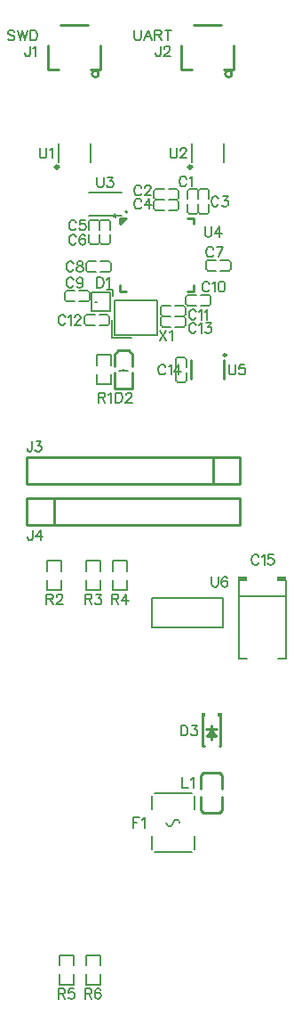
<source format=gto>
G04 Layer: TopSilkscreenLayer*
G04 EasyEDA v6.5.34, 2023-10-04 19:43:08*
G04 c11720abcaec4e6590754cbdbbe34226,5a6b42c53f6a479593ecc07194224c93,10*
G04 Gerber Generator version 0.2*
G04 Scale: 100 percent, Rotated: No, Reflected: No *
G04 Dimensions in millimeters *
G04 leading zeros omitted , absolute positions ,4 integer and 5 decimal *
%FSLAX45Y45*%
%MOMM*%

%ADD10C,0.1524*%
%ADD11C,0.2540*%
%ADD12C,0.1520*%
%ADD13C,0.1270*%
%ADD14C,0.2030*%
%ADD15C,0.3000*%
%ADD16C,0.2000*%
%ADD17C,0.0189*%

%LPD*%
D10*
X2057400Y11759437D02*
G01*
X2057400Y11691365D01*
X2061972Y11677650D01*
X2071115Y11668505D01*
X2084577Y11663934D01*
X2093722Y11663934D01*
X2107438Y11668505D01*
X2116581Y11677650D01*
X2121154Y11691365D01*
X2121154Y11759437D01*
X2187447Y11759437D02*
G01*
X2151125Y11663934D01*
X2187447Y11759437D02*
G01*
X2223770Y11663934D01*
X2164588Y11695937D02*
G01*
X2210054Y11695937D01*
X2253741Y11759437D02*
G01*
X2253741Y11663934D01*
X2253741Y11759437D02*
G01*
X2294636Y11759437D01*
X2308352Y11754865D01*
X2312924Y11750294D01*
X2317495Y11741404D01*
X2317495Y11732260D01*
X2312924Y11723115D01*
X2308352Y11718544D01*
X2294636Y11713971D01*
X2253741Y11713971D01*
X2285491Y11713971D02*
G01*
X2317495Y11663934D01*
X2379218Y11759437D02*
G01*
X2379218Y11663934D01*
X2347468Y11759437D02*
G01*
X2410968Y11759437D01*
X914656Y11745767D02*
G01*
X905512Y11754911D01*
X891796Y11759483D01*
X873508Y11759483D01*
X860046Y11754911D01*
X850902Y11745767D01*
X850902Y11736877D01*
X855474Y11727733D01*
X860046Y11723161D01*
X869190Y11718589D01*
X896368Y11709445D01*
X905512Y11704873D01*
X910084Y11700301D01*
X914656Y11691411D01*
X914656Y11677695D01*
X905512Y11668551D01*
X891796Y11663979D01*
X873508Y11663979D01*
X860046Y11668551D01*
X850902Y11677695D01*
X944628Y11759483D02*
G01*
X967234Y11663979D01*
X990094Y11759483D02*
G01*
X967234Y11663979D01*
X990094Y11759483D02*
G01*
X1012700Y11663979D01*
X1035560Y11759483D02*
G01*
X1012700Y11663979D01*
X1065532Y11759483D02*
G01*
X1065532Y11663979D01*
X1065532Y11759483D02*
G01*
X1097282Y11759483D01*
X1110998Y11754911D01*
X1119888Y11745767D01*
X1124460Y11736877D01*
X1129032Y11723161D01*
X1129032Y11700301D01*
X1124460Y11686839D01*
X1119888Y11677695D01*
X1110998Y11668551D01*
X1097282Y11663979D01*
X1065532Y11663979D01*
X2514600Y4660137D02*
G01*
X2514600Y4564634D01*
X2514600Y4564634D02*
G01*
X2569209Y4564634D01*
X2599181Y4642104D02*
G01*
X2608325Y4646676D01*
X2621788Y4660137D01*
X2621788Y4564634D01*
X2044700Y4279137D02*
G01*
X2044700Y4183634D01*
X2044700Y4279137D02*
G01*
X2103881Y4279137D01*
X2044700Y4233671D02*
G01*
X2081022Y4233671D01*
X2133854Y4261104D02*
G01*
X2142997Y4265676D01*
X2156459Y4279137D01*
X2156459Y4183634D01*
X2501900Y5155437D02*
G01*
X2501900Y5059934D01*
X2501900Y5155437D02*
G01*
X2533650Y5155437D01*
X2547365Y5150865D01*
X2556509Y5141976D01*
X2561081Y5132831D01*
X2565654Y5119115D01*
X2565654Y5096510D01*
X2561081Y5082794D01*
X2556509Y5073650D01*
X2547365Y5064505D01*
X2533650Y5059934D01*
X2501900Y5059934D01*
X2604515Y5155437D02*
G01*
X2654554Y5155437D01*
X2627375Y5119115D01*
X2641091Y5119115D01*
X2649981Y5114544D01*
X2654554Y5109971D01*
X2659125Y5096510D01*
X2659125Y5087365D01*
X2654554Y5073650D01*
X2645409Y5064505D01*
X2631947Y5059934D01*
X2618231Y5059934D01*
X2604515Y5064505D01*
X2600197Y5069078D01*
X2595625Y5078221D01*
X1841500Y6400037D02*
G01*
X1841500Y6304534D01*
X1841500Y6400037D02*
G01*
X1882393Y6400037D01*
X1896109Y6395465D01*
X1900681Y6390894D01*
X1905254Y6382004D01*
X1905254Y6372860D01*
X1900681Y6363715D01*
X1896109Y6359144D01*
X1882393Y6354571D01*
X1841500Y6354571D01*
X1873250Y6354571D02*
G01*
X1905254Y6304534D01*
X1980691Y6400037D02*
G01*
X1935225Y6336537D01*
X2003297Y6336537D01*
X1980691Y6400037D02*
G01*
X1980691Y6304534D01*
X1587500Y6400037D02*
G01*
X1587500Y6304534D01*
X1587500Y6400037D02*
G01*
X1628393Y6400037D01*
X1642109Y6395465D01*
X1646681Y6390894D01*
X1651254Y6382004D01*
X1651254Y6372860D01*
X1646681Y6363715D01*
X1642109Y6359144D01*
X1628393Y6354571D01*
X1587500Y6354571D01*
X1619250Y6354571D02*
G01*
X1651254Y6304534D01*
X1690115Y6400037D02*
G01*
X1740154Y6400037D01*
X1712975Y6363715D01*
X1726691Y6363715D01*
X1735581Y6359144D01*
X1740154Y6354571D01*
X1744725Y6341110D01*
X1744725Y6331965D01*
X1740154Y6318250D01*
X1731009Y6309105D01*
X1717547Y6304534D01*
X1703831Y6304534D01*
X1690115Y6309105D01*
X1685797Y6313678D01*
X1681225Y6322821D01*
X1587500Y2653537D02*
G01*
X1587500Y2558034D01*
X1587500Y2653537D02*
G01*
X1628393Y2653537D01*
X1642109Y2648965D01*
X1646681Y2644394D01*
X1651254Y2635504D01*
X1651254Y2626360D01*
X1646681Y2617215D01*
X1642109Y2612644D01*
X1628393Y2608071D01*
X1587500Y2608071D01*
X1619250Y2608071D02*
G01*
X1651254Y2558034D01*
X1735581Y2640076D02*
G01*
X1731009Y2648965D01*
X1717547Y2653537D01*
X1708404Y2653537D01*
X1694688Y2648965D01*
X1685797Y2635504D01*
X1681225Y2612644D01*
X1681225Y2590037D01*
X1685797Y2571750D01*
X1694688Y2562605D01*
X1708404Y2558034D01*
X1712975Y2558034D01*
X1726691Y2562605D01*
X1735581Y2571750D01*
X1740154Y2585465D01*
X1740154Y2590037D01*
X1735581Y2603500D01*
X1726691Y2612644D01*
X1712975Y2617215D01*
X1708404Y2617215D01*
X1694688Y2612644D01*
X1685797Y2603500D01*
X1681225Y2590037D01*
X1333500Y2653537D02*
G01*
X1333500Y2558034D01*
X1333500Y2653537D02*
G01*
X1374393Y2653537D01*
X1388109Y2648965D01*
X1392681Y2644394D01*
X1397254Y2635504D01*
X1397254Y2626360D01*
X1392681Y2617215D01*
X1388109Y2612644D01*
X1374393Y2608071D01*
X1333500Y2608071D01*
X1365250Y2608071D02*
G01*
X1397254Y2558034D01*
X1481581Y2653537D02*
G01*
X1436115Y2653537D01*
X1431797Y2612644D01*
X1436115Y2617215D01*
X1449831Y2621787D01*
X1463547Y2621787D01*
X1477009Y2617215D01*
X1486154Y2608071D01*
X1490725Y2594610D01*
X1490725Y2585465D01*
X1486154Y2571750D01*
X1477009Y2562605D01*
X1463547Y2558034D01*
X1449831Y2558034D01*
X1436115Y2562605D01*
X1431797Y2567178D01*
X1427225Y2576321D01*
X1155700Y10641837D02*
G01*
X1155700Y10573765D01*
X1160272Y10560050D01*
X1169415Y10550905D01*
X1182877Y10546334D01*
X1192022Y10546334D01*
X1205738Y10550905D01*
X1214881Y10560050D01*
X1219454Y10573765D01*
X1219454Y10641837D01*
X1249425Y10623804D02*
G01*
X1258315Y10628376D01*
X1272031Y10641837D01*
X1272031Y10546334D01*
X1061465Y11607037D02*
G01*
X1061465Y11534394D01*
X1056893Y11520678D01*
X1052322Y11516105D01*
X1043177Y11511534D01*
X1034288Y11511534D01*
X1025143Y11516105D01*
X1020572Y11520678D01*
X1016000Y11534394D01*
X1016000Y11543537D01*
X1091438Y11589004D02*
G01*
X1100581Y11593576D01*
X1114297Y11607037D01*
X1114297Y11511534D01*
X2554477Y10348721D02*
G01*
X2550159Y10357865D01*
X2541015Y10366755D01*
X2531872Y10371328D01*
X2513584Y10371328D01*
X2504693Y10366755D01*
X2495550Y10357865D01*
X2490977Y10348721D01*
X2486406Y10335005D01*
X2486406Y10312400D01*
X2490977Y10298684D01*
X2495550Y10289539D01*
X2504693Y10280395D01*
X2513584Y10276078D01*
X2531872Y10276078D01*
X2541015Y10280395D01*
X2550159Y10289539D01*
X2554477Y10298684D01*
X2584704Y10353294D02*
G01*
X2593593Y10357865D01*
X2607309Y10371328D01*
X2607309Y10276078D01*
X2125472Y10136631D02*
G01*
X2121154Y10145776D01*
X2112009Y10154665D01*
X2102865Y10159237D01*
X2084577Y10159237D01*
X2075688Y10154665D01*
X2066543Y10145776D01*
X2061972Y10136631D01*
X2057400Y10122915D01*
X2057400Y10100310D01*
X2061972Y10086594D01*
X2066543Y10077450D01*
X2075688Y10068305D01*
X2084577Y10063734D01*
X2102865Y10063734D01*
X2112009Y10068305D01*
X2121154Y10077450D01*
X2125472Y10086594D01*
X2200909Y10159237D02*
G01*
X2155697Y10095737D01*
X2223770Y10095737D01*
X2200909Y10159237D02*
G01*
X2200909Y10063734D01*
X2859277Y10158221D02*
G01*
X2854959Y10167365D01*
X2845815Y10176255D01*
X2836672Y10180828D01*
X2818384Y10180828D01*
X2809493Y10176255D01*
X2800350Y10167365D01*
X2795777Y10158221D01*
X2791206Y10144505D01*
X2791206Y10121900D01*
X2795777Y10108184D01*
X2800350Y10099039D01*
X2809493Y10089895D01*
X2818384Y10085578D01*
X2836672Y10085578D01*
X2845815Y10089895D01*
X2854959Y10099039D01*
X2859277Y10108184D01*
X2898393Y10180828D02*
G01*
X2948431Y10180828D01*
X2921254Y10144505D01*
X2934715Y10144505D01*
X2943859Y10139934D01*
X2948431Y10135362D01*
X2953004Y10121900D01*
X2953004Y10112755D01*
X2948431Y10099039D01*
X2939288Y10089895D01*
X2925825Y10085578D01*
X2912109Y10085578D01*
X2898393Y10089895D01*
X2893822Y10094468D01*
X2889504Y10103612D01*
X2298646Y8909204D02*
G01*
X2362400Y8813700D01*
X2362400Y8909204D02*
G01*
X2298646Y8813700D01*
X2392372Y8890916D02*
G01*
X2401516Y8895488D01*
X2414978Y8909204D01*
X2414978Y8813700D01*
X1401572Y9031731D02*
G01*
X1397254Y9040876D01*
X1388109Y9049765D01*
X1378965Y9054337D01*
X1360677Y9054337D01*
X1351788Y9049765D01*
X1342643Y9040876D01*
X1338072Y9031731D01*
X1333500Y9018015D01*
X1333500Y8995410D01*
X1338072Y8981694D01*
X1342643Y8972550D01*
X1351788Y8963405D01*
X1360677Y8958834D01*
X1378965Y8958834D01*
X1388109Y8963405D01*
X1397254Y8972550D01*
X1401572Y8981694D01*
X1431797Y9036304D02*
G01*
X1440688Y9040876D01*
X1454404Y9054337D01*
X1454404Y8958834D01*
X1488947Y9031731D02*
G01*
X1488947Y9036304D01*
X1493520Y9045194D01*
X1498091Y9049765D01*
X1507236Y9054337D01*
X1525270Y9054337D01*
X1534413Y9049765D01*
X1538986Y9045194D01*
X1543558Y9036304D01*
X1543558Y9027160D01*
X1538986Y9018015D01*
X1529841Y9004300D01*
X1484375Y8958834D01*
X1548129Y8958834D01*
X2646172Y8955531D02*
G01*
X2641854Y8964676D01*
X2632709Y8973565D01*
X2623565Y8978137D01*
X2605277Y8978137D01*
X2596388Y8973565D01*
X2587243Y8964676D01*
X2582672Y8955531D01*
X2578100Y8941815D01*
X2578100Y8919210D01*
X2582672Y8905494D01*
X2587243Y8896350D01*
X2596388Y8887205D01*
X2605277Y8882634D01*
X2623565Y8882634D01*
X2632709Y8887205D01*
X2641854Y8896350D01*
X2646172Y8905494D01*
X2676397Y8960104D02*
G01*
X2685288Y8964676D01*
X2699004Y8978137D01*
X2699004Y8882634D01*
X2738120Y8978137D02*
G01*
X2788158Y8978137D01*
X2760725Y8941815D01*
X2774441Y8941815D01*
X2783586Y8937244D01*
X2788158Y8932671D01*
X2792729Y8919210D01*
X2792729Y8910065D01*
X2788158Y8896350D01*
X2779013Y8887205D01*
X2765297Y8882634D01*
X2751836Y8882634D01*
X2738120Y8887205D01*
X2733547Y8891778D01*
X2728975Y8900921D01*
X2646172Y9082531D02*
G01*
X2641854Y9091676D01*
X2632709Y9100565D01*
X2623565Y9105137D01*
X2605277Y9105137D01*
X2596388Y9100565D01*
X2587243Y9091676D01*
X2582672Y9082531D01*
X2578100Y9068815D01*
X2578100Y9046210D01*
X2582672Y9032494D01*
X2587243Y9023350D01*
X2596388Y9014205D01*
X2605277Y9009634D01*
X2623565Y9009634D01*
X2632709Y9014205D01*
X2641854Y9023350D01*
X2646172Y9032494D01*
X2676397Y9087104D02*
G01*
X2685288Y9091676D01*
X2699004Y9105137D01*
X2699004Y9009634D01*
X2728975Y9087104D02*
G01*
X2738120Y9091676D01*
X2751836Y9105137D01*
X2751836Y9009634D01*
X2730500Y9892537D02*
G01*
X2730500Y9824465D01*
X2735072Y9810750D01*
X2744215Y9801605D01*
X2757677Y9797034D01*
X2766822Y9797034D01*
X2780538Y9801605D01*
X2789681Y9810750D01*
X2794254Y9824465D01*
X2794254Y9892537D01*
X2869691Y9892537D02*
G01*
X2824225Y9829037D01*
X2892297Y9829037D01*
X2869691Y9892537D02*
G01*
X2869691Y9797034D01*
X2125472Y10263631D02*
G01*
X2121154Y10272776D01*
X2112009Y10281665D01*
X2102865Y10286237D01*
X2084577Y10286237D01*
X2075688Y10281665D01*
X2066543Y10272776D01*
X2061972Y10263631D01*
X2057400Y10249915D01*
X2057400Y10227310D01*
X2061972Y10213594D01*
X2066543Y10204450D01*
X2075688Y10195305D01*
X2084577Y10190734D01*
X2102865Y10190734D01*
X2112009Y10195305D01*
X2121154Y10204450D01*
X2125472Y10213594D01*
X2160015Y10263631D02*
G01*
X2160015Y10268204D01*
X2164588Y10277094D01*
X2169159Y10281665D01*
X2178304Y10286237D01*
X2196591Y10286237D01*
X2205481Y10281665D01*
X2210054Y10277094D01*
X2214625Y10268204D01*
X2214625Y10259060D01*
X2210054Y10249915D01*
X2200909Y10236200D01*
X2155697Y10190734D01*
X2219197Y10190734D01*
X2773172Y9349231D02*
G01*
X2768854Y9358376D01*
X2759709Y9367265D01*
X2750565Y9371837D01*
X2732277Y9371837D01*
X2723388Y9367265D01*
X2714243Y9358376D01*
X2709672Y9349231D01*
X2705100Y9335515D01*
X2705100Y9312910D01*
X2709672Y9299194D01*
X2714243Y9290050D01*
X2723388Y9280905D01*
X2732277Y9276334D01*
X2750565Y9276334D01*
X2759709Y9280905D01*
X2768854Y9290050D01*
X2773172Y9299194D01*
X2803397Y9353804D02*
G01*
X2812288Y9358376D01*
X2826004Y9371837D01*
X2826004Y9276334D01*
X2883408Y9371837D02*
G01*
X2869691Y9367265D01*
X2860547Y9353804D01*
X2855975Y9330944D01*
X2855975Y9317481D01*
X2860547Y9294621D01*
X2869691Y9280905D01*
X2883408Y9276334D01*
X2892297Y9276334D01*
X2906013Y9280905D01*
X2915158Y9294621D01*
X2919729Y9317481D01*
X2919729Y9330944D01*
X2915158Y9353804D01*
X2906013Y9367265D01*
X2892297Y9371837D01*
X2883408Y9371837D01*
X2811272Y9679431D02*
G01*
X2806954Y9688576D01*
X2797809Y9697465D01*
X2788665Y9702037D01*
X2770377Y9702037D01*
X2761488Y9697465D01*
X2752343Y9688576D01*
X2747772Y9679431D01*
X2743200Y9665715D01*
X2743200Y9643110D01*
X2747772Y9629394D01*
X2752343Y9620250D01*
X2761488Y9611105D01*
X2770377Y9606534D01*
X2788665Y9606534D01*
X2797809Y9611105D01*
X2806954Y9620250D01*
X2811272Y9629394D01*
X2904997Y9702037D02*
G01*
X2859531Y9606534D01*
X2841497Y9702037D02*
G01*
X2904997Y9702037D01*
X1701800Y10362437D02*
G01*
X1701800Y10294365D01*
X1706372Y10280650D01*
X1715515Y10271505D01*
X1728977Y10266934D01*
X1738122Y10266934D01*
X1751838Y10271505D01*
X1760981Y10280650D01*
X1765554Y10294365D01*
X1765554Y10362437D01*
X1804415Y10362437D02*
G01*
X1854454Y10362437D01*
X1827275Y10326115D01*
X1840991Y10326115D01*
X1849881Y10321544D01*
X1854454Y10316971D01*
X1859025Y10303510D01*
X1859025Y10294365D01*
X1854454Y10280650D01*
X1845309Y10271505D01*
X1831847Y10266934D01*
X1818131Y10266934D01*
X1804415Y10271505D01*
X1800097Y10276078D01*
X1795525Y10285221D01*
X1503172Y9793731D02*
G01*
X1498854Y9802876D01*
X1489709Y9811765D01*
X1480565Y9816337D01*
X1462277Y9816337D01*
X1453388Y9811765D01*
X1444243Y9802876D01*
X1439672Y9793731D01*
X1435100Y9780015D01*
X1435100Y9757410D01*
X1439672Y9743694D01*
X1444243Y9734550D01*
X1453388Y9725405D01*
X1462277Y9720834D01*
X1480565Y9720834D01*
X1489709Y9725405D01*
X1498854Y9734550D01*
X1503172Y9743694D01*
X1587754Y9802876D02*
G01*
X1583181Y9811765D01*
X1569720Y9816337D01*
X1560575Y9816337D01*
X1546859Y9811765D01*
X1537715Y9798304D01*
X1533397Y9775444D01*
X1533397Y9752837D01*
X1537715Y9734550D01*
X1546859Y9725405D01*
X1560575Y9720834D01*
X1565147Y9720834D01*
X1578609Y9725405D01*
X1587754Y9734550D01*
X1592325Y9748265D01*
X1592325Y9752837D01*
X1587754Y9766300D01*
X1578609Y9775444D01*
X1565147Y9780015D01*
X1560575Y9780015D01*
X1546859Y9775444D01*
X1537715Y9766300D01*
X1533397Y9752837D01*
X1503172Y9933431D02*
G01*
X1498854Y9942576D01*
X1489709Y9951465D01*
X1480565Y9956037D01*
X1462277Y9956037D01*
X1453388Y9951465D01*
X1444243Y9942576D01*
X1439672Y9933431D01*
X1435100Y9919715D01*
X1435100Y9897110D01*
X1439672Y9883394D01*
X1444243Y9874250D01*
X1453388Y9865105D01*
X1462277Y9860534D01*
X1480565Y9860534D01*
X1489709Y9865105D01*
X1498854Y9874250D01*
X1503172Y9883394D01*
X1587754Y9956037D02*
G01*
X1542288Y9956037D01*
X1537715Y9915144D01*
X1542288Y9919715D01*
X1556004Y9924287D01*
X1569720Y9924287D01*
X1583181Y9919715D01*
X1592325Y9910571D01*
X1596897Y9897110D01*
X1596897Y9887965D01*
X1592325Y9874250D01*
X1583181Y9865105D01*
X1569720Y9860534D01*
X1556004Y9860534D01*
X1542288Y9865105D01*
X1537715Y9869678D01*
X1533397Y9878821D01*
X1477772Y9539731D02*
G01*
X1473454Y9548876D01*
X1464309Y9557765D01*
X1455165Y9562337D01*
X1436877Y9562337D01*
X1427988Y9557765D01*
X1418843Y9548876D01*
X1414272Y9539731D01*
X1409700Y9526015D01*
X1409700Y9503410D01*
X1414272Y9489694D01*
X1418843Y9480550D01*
X1427988Y9471405D01*
X1436877Y9466834D01*
X1455165Y9466834D01*
X1464309Y9471405D01*
X1473454Y9480550D01*
X1477772Y9489694D01*
X1530604Y9562337D02*
G01*
X1516888Y9557765D01*
X1512315Y9548876D01*
X1512315Y9539731D01*
X1516888Y9530587D01*
X1526031Y9526015D01*
X1544320Y9521444D01*
X1557781Y9516871D01*
X1566925Y9507981D01*
X1571497Y9498837D01*
X1571497Y9485121D01*
X1566925Y9475978D01*
X1562354Y9471405D01*
X1548891Y9466834D01*
X1530604Y9466834D01*
X1516888Y9471405D01*
X1512315Y9475978D01*
X1507997Y9485121D01*
X1507997Y9498837D01*
X1512315Y9507981D01*
X1521459Y9516871D01*
X1535175Y9521444D01*
X1553209Y9526015D01*
X1562354Y9530587D01*
X1566925Y9539731D01*
X1566925Y9548876D01*
X1562354Y9557765D01*
X1548891Y9562337D01*
X1530604Y9562337D01*
X1477772Y9387331D02*
G01*
X1473454Y9396476D01*
X1464309Y9405365D01*
X1455165Y9409937D01*
X1436877Y9409937D01*
X1427988Y9405365D01*
X1418843Y9396476D01*
X1414272Y9387331D01*
X1409700Y9373615D01*
X1409700Y9351010D01*
X1414272Y9337294D01*
X1418843Y9328150D01*
X1427988Y9319005D01*
X1436877Y9314434D01*
X1455165Y9314434D01*
X1464309Y9319005D01*
X1473454Y9328150D01*
X1477772Y9337294D01*
X1566925Y9378187D02*
G01*
X1562354Y9364471D01*
X1553209Y9355581D01*
X1539747Y9351010D01*
X1535175Y9351010D01*
X1521459Y9355581D01*
X1512315Y9364471D01*
X1507997Y9378187D01*
X1507997Y9382760D01*
X1512315Y9396476D01*
X1521459Y9405365D01*
X1535175Y9409937D01*
X1539747Y9409937D01*
X1553209Y9405365D01*
X1562354Y9396476D01*
X1566925Y9378187D01*
X1566925Y9355581D01*
X1562354Y9332721D01*
X1553209Y9319005D01*
X1539747Y9314434D01*
X1530604Y9314434D01*
X1516888Y9319005D01*
X1512315Y9328150D01*
X1701797Y9409940D02*
G01*
X1701797Y9314436D01*
X1701797Y9409940D02*
G01*
X1733547Y9409940D01*
X1747263Y9405368D01*
X1756407Y9396478D01*
X1760979Y9387334D01*
X1765551Y9373618D01*
X1765551Y9351012D01*
X1760979Y9337296D01*
X1756407Y9328152D01*
X1747263Y9319008D01*
X1733547Y9314436D01*
X1701797Y9314436D01*
X1795523Y9391906D02*
G01*
X1804413Y9396478D01*
X1818129Y9409940D01*
X1818129Y9314436D01*
X1879597Y8317130D02*
G01*
X1879597Y8221626D01*
X1879597Y8317130D02*
G01*
X1911347Y8317130D01*
X1925063Y8312558D01*
X1934207Y8303668D01*
X1938779Y8294524D01*
X1943351Y8280808D01*
X1943351Y8258202D01*
X1938779Y8244486D01*
X1934207Y8235342D01*
X1925063Y8226198D01*
X1911347Y8221626D01*
X1879597Y8221626D01*
X1977895Y8294524D02*
G01*
X1977895Y8299096D01*
X1982213Y8307986D01*
X1986785Y8312558D01*
X1995929Y8317130D01*
X2014217Y8317130D01*
X2023107Y8312558D01*
X2027679Y8307986D01*
X2032251Y8299096D01*
X2032251Y8289952D01*
X2027679Y8280808D01*
X2018789Y8267092D01*
X1973323Y8221626D01*
X2036823Y8221626D01*
X2306065Y11607037D02*
G01*
X2306065Y11534394D01*
X2301493Y11520678D01*
X2296922Y11516105D01*
X2287777Y11511534D01*
X2278888Y11511534D01*
X2269743Y11516105D01*
X2265172Y11520678D01*
X2260600Y11534394D01*
X2260600Y11543537D01*
X2340609Y11584431D02*
G01*
X2340609Y11589004D01*
X2345181Y11597894D01*
X2349754Y11602465D01*
X2358897Y11607037D01*
X2376931Y11607037D01*
X2386075Y11602465D01*
X2390647Y11597894D01*
X2395220Y11589004D01*
X2395220Y11579860D01*
X2390647Y11570715D01*
X2381504Y11557000D01*
X2336038Y11511534D01*
X2399791Y11511534D01*
X2794000Y6565137D02*
G01*
X2794000Y6497065D01*
X2798572Y6483350D01*
X2807715Y6474205D01*
X2821177Y6469634D01*
X2830322Y6469634D01*
X2844038Y6474205D01*
X2853181Y6483350D01*
X2857754Y6497065D01*
X2857754Y6565137D01*
X2942081Y6551676D02*
G01*
X2937509Y6560565D01*
X2924047Y6565137D01*
X2914904Y6565137D01*
X2901188Y6560565D01*
X2892297Y6547104D01*
X2887725Y6524244D01*
X2887725Y6501637D01*
X2892297Y6483350D01*
X2901188Y6474205D01*
X2914904Y6469634D01*
X2919475Y6469634D01*
X2933191Y6474205D01*
X2942081Y6483350D01*
X2946654Y6497065D01*
X2946654Y6501637D01*
X2942081Y6515100D01*
X2933191Y6524244D01*
X2919475Y6528815D01*
X2914904Y6528815D01*
X2901188Y6524244D01*
X2892297Y6515100D01*
X2887725Y6501637D01*
X2400300Y10641837D02*
G01*
X2400300Y10573765D01*
X2404872Y10560050D01*
X2414015Y10550905D01*
X2427477Y10546334D01*
X2436622Y10546334D01*
X2450338Y10550905D01*
X2459481Y10560050D01*
X2464054Y10573765D01*
X2464054Y10641837D01*
X2498597Y10619231D02*
G01*
X2498597Y10623804D01*
X2502915Y10632694D01*
X2507488Y10637265D01*
X2516631Y10641837D01*
X2534920Y10641837D01*
X2543809Y10637265D01*
X2548381Y10632694D01*
X2552954Y10623804D01*
X2552954Y10614660D01*
X2548381Y10605515D01*
X2539491Y10591800D01*
X2494025Y10546334D01*
X2557525Y10546334D01*
X1714500Y8317128D02*
G01*
X1714500Y8221624D01*
X1714500Y8317128D02*
G01*
X1755393Y8317128D01*
X1769109Y8312556D01*
X1773681Y8307984D01*
X1778254Y8299094D01*
X1778254Y8289950D01*
X1773681Y8280806D01*
X1769109Y8276234D01*
X1755393Y8271662D01*
X1714500Y8271662D01*
X1746250Y8271662D02*
G01*
X1778254Y8221624D01*
X1808225Y8299094D02*
G01*
X1817115Y8303666D01*
X1830831Y8317128D01*
X1830831Y8221624D01*
X1219200Y6400037D02*
G01*
X1219200Y6304534D01*
X1219200Y6400037D02*
G01*
X1260093Y6400037D01*
X1273809Y6395465D01*
X1278381Y6390894D01*
X1282954Y6382004D01*
X1282954Y6372860D01*
X1278381Y6363715D01*
X1273809Y6359144D01*
X1260093Y6354571D01*
X1219200Y6354571D01*
X1250950Y6354571D02*
G01*
X1282954Y6304534D01*
X1317497Y6377431D02*
G01*
X1317497Y6382004D01*
X1321815Y6390894D01*
X1326388Y6395465D01*
X1335531Y6400037D01*
X1353820Y6400037D01*
X1362709Y6395465D01*
X1367281Y6390894D01*
X1371854Y6382004D01*
X1371854Y6372860D01*
X1367281Y6363715D01*
X1358391Y6350000D01*
X1312925Y6304534D01*
X1376425Y6304534D01*
X3243072Y6753860D02*
G01*
X3238754Y6763004D01*
X3229609Y6772147D01*
X3220465Y6776720D01*
X3202177Y6776720D01*
X3193288Y6772147D01*
X3184143Y6763004D01*
X3179572Y6753860D01*
X3175000Y6740397D01*
X3175000Y6717537D01*
X3179572Y6703821D01*
X3184143Y6694931D01*
X3193288Y6685787D01*
X3202177Y6681215D01*
X3220465Y6681215D01*
X3229609Y6685787D01*
X3238754Y6694931D01*
X3243072Y6703821D01*
X3273297Y6758431D02*
G01*
X3282188Y6763004D01*
X3295904Y6776720D01*
X3295904Y6681215D01*
X3380486Y6776720D02*
G01*
X3335020Y6776720D01*
X3330447Y6735826D01*
X3335020Y6740397D01*
X3348736Y6744715D01*
X3362197Y6744715D01*
X3375913Y6740397D01*
X3385058Y6731254D01*
X3389629Y6717537D01*
X3389629Y6708394D01*
X3385058Y6694931D01*
X3375913Y6685787D01*
X3362197Y6681215D01*
X3348736Y6681215D01*
X3335020Y6685787D01*
X3330447Y6690360D01*
X3325875Y6699250D01*
X2959100Y8584437D02*
G01*
X2959100Y8516365D01*
X2963672Y8502650D01*
X2972815Y8493505D01*
X2986277Y8488934D01*
X2995422Y8488934D01*
X3009138Y8493505D01*
X3018281Y8502650D01*
X3022854Y8516365D01*
X3022854Y8584437D01*
X3107181Y8584437D02*
G01*
X3061715Y8584437D01*
X3057397Y8543544D01*
X3061715Y8548115D01*
X3075431Y8552687D01*
X3089147Y8552687D01*
X3102609Y8548115D01*
X3111754Y8538971D01*
X3116325Y8525510D01*
X3116325Y8516365D01*
X3111754Y8502650D01*
X3102609Y8493505D01*
X3089147Y8488934D01*
X3075431Y8488934D01*
X3061715Y8493505D01*
X3057397Y8498078D01*
X3052825Y8507221D01*
X2354072Y8561070D02*
G01*
X2349754Y8570213D01*
X2340609Y8579358D01*
X2331465Y8583929D01*
X2313177Y8583929D01*
X2304288Y8579358D01*
X2295143Y8570213D01*
X2290572Y8561070D01*
X2286000Y8547608D01*
X2286000Y8524747D01*
X2290572Y8511286D01*
X2295143Y8502142D01*
X2304288Y8492997D01*
X2313177Y8488426D01*
X2331465Y8488426D01*
X2340609Y8492997D01*
X2349754Y8502142D01*
X2354072Y8511286D01*
X2384297Y8565642D02*
G01*
X2393188Y8570213D01*
X2406904Y8583929D01*
X2406904Y8488426D01*
X2482341Y8583929D02*
G01*
X2436875Y8520176D01*
X2505202Y8520176D01*
X2482341Y8583929D02*
G01*
X2482341Y8488426D01*
X1080515Y7851647D02*
G01*
X1080515Y7779004D01*
X1075943Y7765287D01*
X1071372Y7760715D01*
X1062481Y7756144D01*
X1053338Y7756144D01*
X1044193Y7760715D01*
X1039622Y7765287D01*
X1035050Y7779004D01*
X1035050Y7788147D01*
X1119631Y7851647D02*
G01*
X1169670Y7851647D01*
X1142491Y7815326D01*
X1155954Y7815326D01*
X1165097Y7810754D01*
X1169670Y7806181D01*
X1174241Y7792720D01*
X1174241Y7783576D01*
X1169670Y7769860D01*
X1160525Y7760715D01*
X1146809Y7756144D01*
X1133347Y7756144D01*
X1119631Y7760715D01*
X1115059Y7765287D01*
X1110488Y7774431D01*
X1086782Y7009637D02*
G01*
X1086782Y6936994D01*
X1082210Y6923278D01*
X1077638Y6918705D01*
X1068748Y6914134D01*
X1059604Y6914134D01*
X1050460Y6918705D01*
X1045888Y6923278D01*
X1041316Y6936994D01*
X1041316Y6946137D01*
X1162220Y7009637D02*
G01*
X1116754Y6946137D01*
X1185080Y6946137D01*
X1162220Y7009637D02*
G01*
X1162220Y6914134D01*
G36*
X2794000Y5110480D02*
G01*
X2753360Y5052060D01*
X2834640Y5052060D01*
G37*
G36*
X2854706Y5273344D02*
G01*
X2854706Y5242864D01*
X2891688Y5242864D01*
X2891688Y5273344D01*
G37*
G36*
X2696311Y5273344D02*
G01*
X2696311Y5242864D01*
X2733294Y5242864D01*
X2733294Y5273344D01*
G37*
G36*
X1692402Y9192107D02*
G01*
X1669897Y9169603D01*
X1714906Y9169603D01*
G37*
G36*
X3046374Y6570218D02*
G01*
X3046374Y6524498D01*
X3131769Y6524498D01*
X3131769Y6570218D01*
G37*
G36*
X3421430Y6570218D02*
G01*
X3421430Y6524498D01*
X3506825Y6524498D01*
X3506825Y6570218D01*
G37*
D11*
X2692405Y4479074D02*
G01*
X2692405Y4364774D01*
X2692405Y4352074D01*
X2717805Y4326674D01*
X2857505Y4326674D01*
X2870205Y4326674D01*
X2895605Y4352074D01*
X2895605Y4479074D01*
X2895605Y4555274D02*
G01*
X2895605Y4669574D01*
X2895605Y4682274D01*
X2870205Y4707674D01*
X2730505Y4707674D01*
X2717805Y4707674D01*
X2692405Y4682274D01*
X2692405Y4555274D01*
D12*
X2245923Y3949700D02*
G01*
X2601523Y3949700D01*
X2247900Y4508500D02*
G01*
X2603500Y4508500D01*
D10*
X2628900Y4102100D02*
G01*
X2628900Y3975100D01*
X2628900Y4356100D02*
G01*
X2628900Y4483100D01*
X2222500Y3975100D02*
G01*
X2222500Y4105605D01*
X2222500Y4483100D02*
G01*
X2222500Y4356100D01*
D11*
X2723385Y4958079D02*
G01*
X2708998Y4958079D01*
X2879001Y4958079D02*
G01*
X2864614Y4958079D01*
X2708998Y5227320D02*
G01*
X2708998Y5256496D01*
X2709100Y5256598D01*
X2879001Y5227320D02*
G01*
X2879001Y5256997D01*
X2878899Y5257098D01*
X2879001Y5227320D02*
G01*
X2879001Y4958079D01*
X2834640Y5052060D02*
G01*
X2753359Y5052060D01*
X2794025Y5052060D02*
G01*
X2794025Y5020690D01*
X2794000Y5120700D02*
G01*
X2794000Y5153700D01*
X2844800Y5118100D02*
G01*
X2743200Y5118100D01*
X2794000Y5110479D02*
G01*
X2834640Y5052060D01*
X2753359Y5052060D02*
G01*
X2794000Y5110479D01*
X2708998Y4958079D02*
G01*
X2708998Y5227320D01*
D10*
X1851639Y6535978D02*
G01*
X1851639Y6440091D01*
X1983760Y6440091D01*
X1983760Y6535978D01*
X1851639Y6621221D02*
G01*
X1851639Y6717108D01*
X1983760Y6717108D01*
X1983760Y6621221D01*
X1597639Y6535978D02*
G01*
X1597639Y6440091D01*
X1729760Y6440091D01*
X1729760Y6535978D01*
X1597639Y6621221D02*
G01*
X1597639Y6717108D01*
X1729760Y6717108D01*
X1729760Y6621221D01*
X1597639Y2789478D02*
G01*
X1597639Y2693591D01*
X1729760Y2693591D01*
X1729760Y2789478D01*
X1597639Y2874721D02*
G01*
X1597639Y2970608D01*
X1729760Y2970608D01*
X1729760Y2874721D01*
X1343639Y2789478D02*
G01*
X1343639Y2693591D01*
X1475760Y2693591D01*
X1475760Y2789478D01*
X1343639Y2874721D02*
G01*
X1343639Y2970608D01*
X1475760Y2970608D01*
X1475760Y2874721D01*
X1639818Y10502879D02*
G01*
X1639818Y10680720D01*
X1331981Y10502879D02*
G01*
X1331981Y10680720D01*
D11*
X1735902Y11383048D02*
G01*
X1639013Y11383048D01*
X1332786Y11383048D02*
G01*
X1235908Y11383048D01*
X1235908Y11383048D02*
G01*
X1235908Y11614934D01*
X1722876Y11383048D02*
G01*
X1735902Y11383048D01*
X1735902Y11383048D02*
G01*
X1735902Y11614934D01*
X1617784Y11808045D02*
G01*
X1354013Y11808045D01*
D10*
X2566337Y10236233D02*
G01*
X2566337Y10157223D01*
X2666057Y10157223D02*
G01*
X2666057Y10236233D01*
X2650817Y10251473D02*
G01*
X2581577Y10251473D01*
X2566337Y10032972D02*
G01*
X2566337Y10111981D01*
X2666057Y10111981D02*
G01*
X2666057Y10032972D01*
X2650817Y10017732D02*
G01*
X2581577Y10017732D01*
X2260566Y10046642D02*
G01*
X2339576Y10046642D01*
X2339576Y10146362D02*
G01*
X2260566Y10146362D01*
X2245326Y10131122D02*
G01*
X2245326Y10061882D01*
X2463827Y10046642D02*
G01*
X2384818Y10046642D01*
X2384818Y10146362D02*
G01*
X2463827Y10146362D01*
X2479067Y10131122D02*
G01*
X2479067Y10061882D01*
X2667937Y10111978D02*
G01*
X2667937Y10032972D01*
X2767657Y10032972D02*
G01*
X2767655Y10111981D01*
X2683179Y10017732D02*
G01*
X2752417Y10017734D01*
X2767657Y10236233D02*
G01*
X2767657Y10157226D01*
X2667939Y10157223D02*
G01*
X2667937Y10236233D01*
X2683177Y10251470D02*
G01*
X2752415Y10251473D01*
X1867240Y8861851D02*
G01*
X1867240Y9197573D01*
X2272959Y9197573D01*
X2272959Y8861851D01*
X1867240Y8861851D01*
X1844380Y9004711D02*
G01*
X1844380Y8838991D01*
X2030100Y8838991D01*
X1679178Y9054160D02*
G01*
X1600169Y9054160D01*
X1600169Y8954439D02*
G01*
X1679178Y8954442D01*
X1584929Y9038917D02*
G01*
X1584932Y8969679D01*
X1803430Y8954439D02*
G01*
X1724421Y8954439D01*
X1724421Y9054157D02*
G01*
X1803430Y9054160D01*
X1818667Y9038920D02*
G01*
X1818670Y8969682D01*
X2403073Y9041462D02*
G01*
X2324066Y9041462D01*
X2324066Y8941742D02*
G01*
X2403076Y8941744D01*
X2308826Y9026220D02*
G01*
X2308829Y8956982D01*
X2527327Y8941742D02*
G01*
X2448321Y8941742D01*
X2448318Y9041460D02*
G01*
X2527327Y9041462D01*
X2542565Y9026222D02*
G01*
X2542567Y8956984D01*
X2403073Y9143062D02*
G01*
X2324066Y9143062D01*
X2324066Y9043342D02*
G01*
X2403076Y9043344D01*
X2308826Y9127820D02*
G01*
X2308829Y9058582D01*
X2527327Y9043342D02*
G01*
X2448321Y9043342D01*
X2448318Y9143060D02*
G01*
X2527327Y9143062D01*
X2542565Y9127822D02*
G01*
X2542567Y9058584D01*
D11*
X1949201Y9976601D02*
G01*
X1949201Y9966916D01*
X1923293Y9941008D01*
X1923293Y9919718D02*
G01*
X1980181Y9976601D01*
X1923293Y9919718D02*
G01*
X1923293Y9976601D01*
X1980181Y9276608D02*
G01*
X1933295Y9276608D01*
X1923293Y9276608D01*
X1923293Y9333491D01*
X2623291Y9333491D02*
G01*
X2623291Y9276608D01*
X2566408Y9276608D01*
X2566408Y9976601D02*
G01*
X2623291Y9976601D01*
X2623291Y9919718D01*
X1923293Y9976601D02*
G01*
X1980181Y9976601D01*
D10*
X2384821Y10148242D02*
G01*
X2463827Y10148242D01*
X2463827Y10247962D02*
G01*
X2384818Y10247960D01*
X2479067Y10163484D02*
G01*
X2479065Y10232722D01*
X2260566Y10247962D02*
G01*
X2339573Y10247962D01*
X2339576Y10148244D02*
G01*
X2260566Y10148242D01*
X2245329Y10163482D02*
G01*
X2245326Y10232720D01*
X2644373Y9244662D02*
G01*
X2565366Y9244662D01*
X2565366Y9144942D02*
G01*
X2644376Y9144944D01*
X2550126Y9229420D02*
G01*
X2550129Y9160182D01*
X2768627Y9144942D02*
G01*
X2689621Y9144942D01*
X2689618Y9244660D02*
G01*
X2768627Y9244662D01*
X2783865Y9229422D02*
G01*
X2783867Y9160184D01*
X2834876Y9574860D02*
G01*
X2755869Y9574860D01*
X2755869Y9475139D02*
G01*
X2834878Y9475142D01*
X2740629Y9559617D02*
G01*
X2740632Y9490379D01*
X2959130Y9475139D02*
G01*
X2880123Y9475139D01*
X2880121Y9574857D02*
G01*
X2959130Y9574860D01*
X2974367Y9559620D02*
G01*
X2974370Y9490382D01*
X1935606Y10216832D02*
G01*
X1620370Y10216832D01*
X1620370Y10001585D02*
G01*
X1935606Y10001585D01*
X1827860Y9865121D02*
G01*
X1827860Y9944127D01*
X1728139Y9944127D02*
G01*
X1728142Y9865118D01*
X1812617Y9959367D02*
G01*
X1743379Y9959365D01*
X1728139Y9740866D02*
G01*
X1728139Y9819873D01*
X1827857Y9819876D02*
G01*
X1827860Y9740866D01*
X1812620Y9725629D02*
G01*
X1743382Y9725626D01*
X1726260Y9865121D02*
G01*
X1726260Y9944127D01*
X1626539Y9944127D02*
G01*
X1626542Y9865118D01*
X1711017Y9959367D02*
G01*
X1641779Y9959365D01*
X1626539Y9740866D02*
G01*
X1626539Y9819873D01*
X1726257Y9819876D02*
G01*
X1726260Y9740866D01*
X1711020Y9725629D02*
G01*
X1641782Y9725626D01*
X1737121Y9462442D02*
G01*
X1816127Y9462442D01*
X1816127Y9562162D02*
G01*
X1737118Y9562160D01*
X1831367Y9477684D02*
G01*
X1831365Y9546922D01*
X1612866Y9562162D02*
G01*
X1691873Y9562162D01*
X1691876Y9462444D02*
G01*
X1612866Y9462442D01*
X1597629Y9477682D02*
G01*
X1597626Y9546920D01*
X1533921Y9183042D02*
G01*
X1612927Y9183042D01*
X1612927Y9282762D02*
G01*
X1533918Y9282760D01*
X1628167Y9198284D02*
G01*
X1628165Y9267522D01*
X1409666Y9282762D02*
G01*
X1488673Y9282762D01*
X1488676Y9183044D02*
G01*
X1409666Y9183042D01*
X1394429Y9198282D02*
G01*
X1394426Y9267520D01*
D13*
X1849894Y9232150D02*
G01*
X1849894Y9292094D01*
X1794776Y9292094D01*
X1829879Y9092095D02*
G01*
X1649869Y9092095D01*
X1649869Y9272104D01*
X1829879Y9272104D01*
X1829879Y9092095D01*
D11*
X1869437Y8357872D02*
G01*
X2042157Y8357872D01*
X2042157Y8357872D02*
G01*
X2042157Y8505192D01*
X1869437Y8357872D02*
G01*
X1869437Y8505192D01*
X2042157Y8563612D02*
G01*
X2042157Y8680452D01*
X1869437Y8566152D02*
G01*
X1869437Y8680452D01*
X1869437Y8680452D02*
G01*
X1904997Y8716012D01*
X2006597Y8716012D01*
X2042157Y8680452D01*
D14*
X1915157Y8526782D02*
G01*
X1993897Y8526782D01*
X1955002Y8526782D02*
G01*
X1955002Y8544318D01*
D11*
X3005902Y11383048D02*
G01*
X2909013Y11383048D01*
X2602786Y11383048D02*
G01*
X2505908Y11383048D01*
X2505908Y11383048D02*
G01*
X2505908Y11614934D01*
X2992876Y11383048D02*
G01*
X3005902Y11383048D01*
X3005902Y11383048D02*
G01*
X3005902Y11614934D01*
X2887784Y11808045D02*
G01*
X2624013Y11808045D01*
D10*
X2225278Y6362639D02*
G01*
X2905521Y6362639D01*
X2905521Y6083360D01*
X2225278Y6083360D01*
X2225278Y6362639D01*
X2909818Y10502879D02*
G01*
X2909818Y10680720D01*
X2601981Y10502879D02*
G01*
X2601981Y10680720D01*
X1831360Y8577021D02*
G01*
X1831360Y8672908D01*
X1699239Y8672908D01*
X1699239Y8577021D01*
X1831360Y8491778D02*
G01*
X1831360Y8395891D01*
X1699239Y8395891D01*
X1699239Y8491778D01*
X1229339Y6535978D02*
G01*
X1229339Y6440091D01*
X1361460Y6440091D01*
X1361460Y6535978D01*
X1229339Y6621221D02*
G01*
X1229339Y6717108D01*
X1361460Y6717108D01*
X1361460Y6621221D01*
X3053979Y5786876D02*
G01*
X3053979Y6532123D01*
X3499220Y5786876D02*
G01*
X3499220Y6532123D01*
X3053979Y6379926D02*
G01*
X3499220Y6379926D01*
X3053979Y5786876D02*
G01*
X3126681Y5786876D01*
X3499220Y5786876D02*
G01*
X3426518Y5786876D01*
D11*
X2600909Y8444400D02*
G01*
X2600909Y8624402D01*
X2910911Y8444400D02*
G01*
X2910911Y8624402D01*
D10*
X2452039Y8511776D02*
G01*
X2452039Y8432769D01*
X2551760Y8432769D02*
G01*
X2551757Y8511778D01*
X2467282Y8417529D02*
G01*
X2536520Y8417532D01*
X2551760Y8636030D02*
G01*
X2551760Y8557023D01*
X2452042Y8557021D02*
G01*
X2452039Y8636030D01*
X2467279Y8651267D02*
G01*
X2536517Y8651270D01*
D11*
X1033297Y7451498D02*
G01*
X1033297Y7705498D01*
X3065292Y7705498D01*
X3065292Y7451498D01*
X1033297Y7451498D01*
X2808942Y7451498D02*
G01*
X2808942Y7705498D01*
X3064492Y7313470D02*
G01*
X3064492Y7059470D01*
X1032497Y7059470D01*
X1032497Y7313470D01*
X3064492Y7313470D01*
X1288846Y7313470D02*
G01*
X1288846Y7059470D01*
D12*
G75*
G01*
X2425700Y4229100D02*
G02*
X2489200Y4229100I31750J0D01*
G75*
G01*
X2425700Y4229100D02*
G02*
X2362200Y4229100I-31750J0D01*
D10*
G75*
G01*
X2666058Y10236233D02*
G03*
X2650818Y10251473I-15240J0D01*
G75*
G01*
X2581577Y10251473D02*
G03*
X2566337Y10236233I0J-15240D01*
G75*
G01*
X2666058Y10032972D02*
G02*
X2650818Y10017732I-15240J0D01*
G75*
G01*
X2581577Y10017732D02*
G02*
X2566337Y10032972I0J15240D01*
G75*
G01*
X2260567Y10146363D02*
G03*
X2245327Y10131123I0J-15240D01*
G75*
G01*
X2245327Y10061882D02*
G03*
X2260567Y10046642I15240J0D01*
G75*
G01*
X2463828Y10146363D02*
G02*
X2479068Y10131123I0J-15240D01*
G75*
G01*
X2479068Y10061882D02*
G02*
X2463828Y10046642I-15240J0D01*
G75*
G01*
X2667937Y10032972D02*
G03*
X2683180Y10017732I15240J0D01*
G75*
G01*
X2752418Y10017735D02*
G03*
X2767658Y10032972I0J15240D01*
G75*
G01*
X2667937Y10236233D02*
G02*
X2683177Y10251470I15240J-3D01*
G75*
G01*
X2752415Y10251473D02*
G02*
X2767658Y10236233I3J-15240D01*
G75*
G01*
X1600170Y9054160D02*
G03*
X1584930Y9038918I0J-15240D01*
G75*
G01*
X1584932Y8969680D02*
G03*
X1600170Y8954440I15240J0D01*
G75*
G01*
X1803430Y9054160D02*
G02*
X1818668Y9038920I-2J-15240D01*
G75*
G01*
X1818670Y8969682D02*
G02*
X1803430Y8954440I-15240J-2D01*
G75*
G01*
X2324067Y9041463D02*
G03*
X2308827Y9026220I0J-15240D01*
G75*
G01*
X2308830Y8956982D02*
G03*
X2324067Y8941742I15240J0D01*
G75*
G01*
X2527328Y9041463D02*
G02*
X2542565Y9026223I-3J-15240D01*
G75*
G01*
X2542568Y8956985D02*
G02*
X2527328Y8941742I-15240J-3D01*
G75*
G01*
X2324067Y9143063D02*
G03*
X2308827Y9127820I0J-15240D01*
G75*
G01*
X2308830Y9058582D02*
G03*
X2324067Y9043342I15240J0D01*
G75*
G01*
X2527328Y9143063D02*
G02*
X2542565Y9127823I-3J-15240D01*
G75*
G01*
X2542568Y9058585D02*
G02*
X2527328Y9043342I-15240J-3D01*
G75*
G01*
X2463828Y10148242D02*
G03*
X2479068Y10163485I0J15240D01*
G75*
G01*
X2479065Y10232723D02*
G03*
X2463828Y10247963I-15240J0D01*
G75*
G01*
X2260567Y10148242D02*
G02*
X2245330Y10163482I3J15240D01*
G75*
G01*
X2245327Y10232720D02*
G02*
X2260567Y10247963I15240J3D01*
G75*
G01*
X2565367Y9244663D02*
G03*
X2550127Y9229420I0J-15240D01*
G75*
G01*
X2550130Y9160182D02*
G03*
X2565367Y9144942I15240J0D01*
G75*
G01*
X2768628Y9244663D02*
G02*
X2783865Y9229423I-3J-15240D01*
G75*
G01*
X2783868Y9160185D02*
G02*
X2768628Y9144942I-15240J-3D01*
G75*
G01*
X2755870Y9574860D02*
G03*
X2740630Y9559618I0J-15240D01*
G75*
G01*
X2740632Y9490380D02*
G03*
X2755870Y9475140I15240J0D01*
G75*
G01*
X2959130Y9574860D02*
G02*
X2974368Y9559620I-2J-15240D01*
G75*
G01*
X2974370Y9490382D02*
G02*
X2959130Y9475140I-15240J-2D01*
G75*
G01*
X1827860Y9944128D02*
G03*
X1812618Y9959368I-15240J0D01*
G75*
G01*
X1743380Y9959365D02*
G03*
X1728140Y9944128I0J-15240D01*
G75*
G01*
X1827860Y9740867D02*
G02*
X1812620Y9725630I-15240J3D01*
G75*
G01*
X1743382Y9725627D02*
G02*
X1728140Y9740867I-2J15240D01*
G75*
G01*
X1726260Y9944128D02*
G03*
X1711018Y9959368I-15240J0D01*
G75*
G01*
X1641780Y9959365D02*
G03*
X1626540Y9944128I0J-15240D01*
G75*
G01*
X1726260Y9740867D02*
G02*
X1711020Y9725630I-15240J3D01*
G75*
G01*
X1641782Y9725627D02*
G02*
X1626540Y9740867I-2J15240D01*
G75*
G01*
X1816128Y9462442D02*
G03*
X1831368Y9477685I0J15240D01*
G75*
G01*
X1831365Y9546923D02*
G03*
X1816128Y9562163I-15240J0D01*
G75*
G01*
X1612867Y9462442D02*
G02*
X1597630Y9477682I3J15240D01*
G75*
G01*
X1597627Y9546920D02*
G02*
X1612867Y9562163I15240J3D01*
G75*
G01*
X1612928Y9183042D02*
G03*
X1628168Y9198285I0J15240D01*
G75*
G01*
X1628165Y9267523D02*
G03*
X1612928Y9282763I-15240J0D01*
G75*
G01*
X1409667Y9183042D02*
G02*
X1394430Y9198282I3J15240D01*
G75*
G01*
X1394427Y9267520D02*
G02*
X1409667Y9282763I15240J3D01*
G75*
G01*
X2452040Y8432770D02*
G03*
X2467282Y8417530I15240J0D01*
G75*
G01*
X2536520Y8417532D02*
G03*
X2551760Y8432770I0J15240D01*
G75*
G01*
X2452040Y8636030D02*
G02*
X2467280Y8651268I15240J-2D01*
G75*
G01*
X2536518Y8651270D02*
G02*
X2551760Y8636030I2J-15240D01*
D15*
G75*
G01
X1334082Y10461648D02*
G03X1334082Y10461648I-15011J0D01*
D11*
G75*
G01
X1717495Y11344298D02*
G03X1717495Y11344298I-31623J0D01*
G75*
G01
X1885998Y9996599D02*
G03X1885998Y9996599I-12700J0D01*
D16*
G75*
G01
X1991205Y10032997D02*
G03X1991205Y10032997I-10008J0D01*
D11*
G75*
G01
X2987495Y11344298D02*
G03X2987495Y11344298I-31623J0D01*
D15*
G75*
G01
X2604082Y10461648D02*
G03X2604082Y10461648I-15011J0D01*
D11*
G75*
G01
X2933697Y8674097D02*
G03X2933697Y8674097I-12700J0D01*
M02*

</source>
